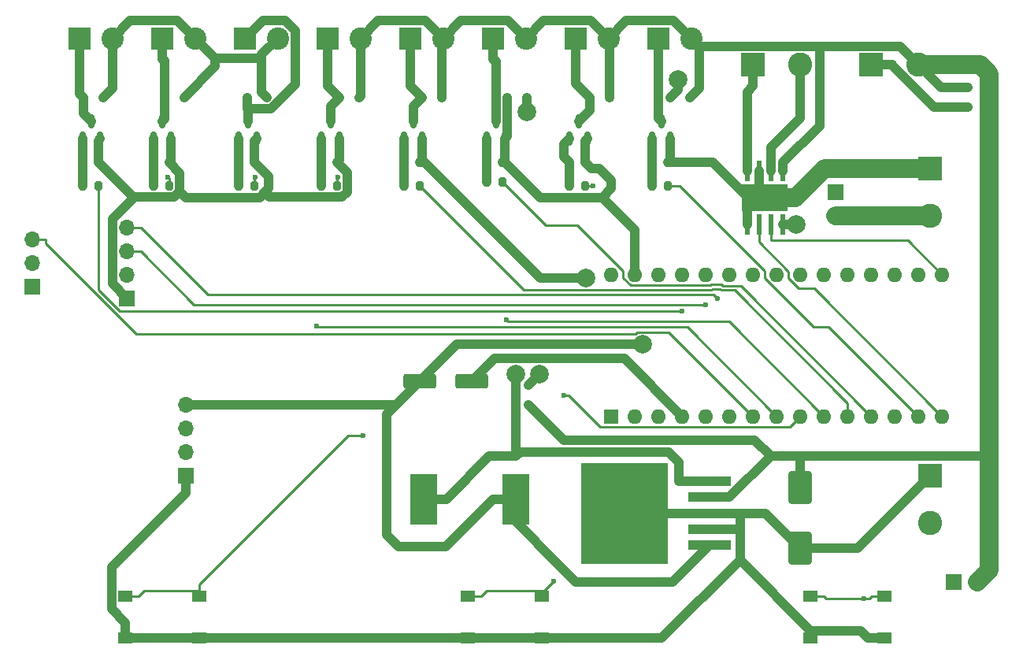
<source format=gbr>
%TF.GenerationSoftware,KiCad,Pcbnew,7.0.8*%
%TF.CreationDate,2024-01-17T19:39:17+01:00*%
%TF.ProjectId,openautolab,6f70656e-6175-4746-9f6c-61622e6b6963,rev?*%
%TF.SameCoordinates,Original*%
%TF.FileFunction,Copper,L1,Top*%
%TF.FilePolarity,Positive*%
%FSLAX46Y46*%
G04 Gerber Fmt 4.6, Leading zero omitted, Abs format (unit mm)*
G04 Created by KiCad (PCBNEW 7.0.8) date 2024-01-17 19:39:17*
%MOMM*%
%LPD*%
G01*
G04 APERTURE LIST*
G04 Aperture macros list*
%AMRoundRect*
0 Rectangle with rounded corners*
0 $1 Rounding radius*
0 $2 $3 $4 $5 $6 $7 $8 $9 X,Y pos of 4 corners*
0 Add a 4 corners polygon primitive as box body*
4,1,4,$2,$3,$4,$5,$6,$7,$8,$9,$2,$3,0*
0 Add four circle primitives for the rounded corners*
1,1,$1+$1,$2,$3*
1,1,$1+$1,$4,$5*
1,1,$1+$1,$6,$7*
1,1,$1+$1,$8,$9*
0 Add four rect primitives between the rounded corners*
20,1,$1+$1,$2,$3,$4,$5,0*
20,1,$1+$1,$4,$5,$6,$7,0*
20,1,$1+$1,$6,$7,$8,$9,0*
20,1,$1+$1,$8,$9,$2,$3,0*%
G04 Aperture macros list end*
%TA.AperFunction,ComponentPad*%
%ADD10O,1.700000X1.700000*%
%TD*%
%TA.AperFunction,ComponentPad*%
%ADD11R,1.700000X1.700000*%
%TD*%
%TA.AperFunction,ComponentPad*%
%ADD12R,2.400000X2.400000*%
%TD*%
%TA.AperFunction,ComponentPad*%
%ADD13C,2.400000*%
%TD*%
%TA.AperFunction,SMDPad,CuDef*%
%ADD14RoundRect,0.200000X0.200000X0.275000X-0.200000X0.275000X-0.200000X-0.275000X0.200000X-0.275000X0*%
%TD*%
%TA.AperFunction,SMDPad,CuDef*%
%ADD15R,1.550000X1.300000*%
%TD*%
%TA.AperFunction,SMDPad,CuDef*%
%ADD16RoundRect,0.150000X0.150000X-0.587500X0.150000X0.587500X-0.150000X0.587500X-0.150000X-0.587500X0*%
%TD*%
%TA.AperFunction,SMDPad,CuDef*%
%ADD17RoundRect,0.200000X-0.200000X-0.275000X0.200000X-0.275000X0.200000X0.275000X-0.200000X0.275000X0*%
%TD*%
%TA.AperFunction,ComponentPad*%
%ADD18R,2.600000X2.600000*%
%TD*%
%TA.AperFunction,ComponentPad*%
%ADD19C,2.600000*%
%TD*%
%TA.AperFunction,SMDPad,CuDef*%
%ADD20R,4.600000X1.100000*%
%TD*%
%TA.AperFunction,SMDPad,CuDef*%
%ADD21R,9.400000X10.800000*%
%TD*%
%TA.AperFunction,SMDPad,CuDef*%
%ADD22RoundRect,0.112500X0.187500X0.112500X-0.187500X0.112500X-0.187500X-0.112500X0.187500X-0.112500X0*%
%TD*%
%TA.AperFunction,SMDPad,CuDef*%
%ADD23RoundRect,0.250000X-1.500000X-0.550000X1.500000X-0.550000X1.500000X0.550000X-1.500000X0.550000X0*%
%TD*%
%TA.AperFunction,SMDPad,CuDef*%
%ADD24RoundRect,0.250000X-1.000000X1.500000X-1.000000X-1.500000X1.000000X-1.500000X1.000000X1.500000X0*%
%TD*%
%TA.AperFunction,SMDPad,CuDef*%
%ADD25RoundRect,0.112500X0.112500X-0.187500X0.112500X0.187500X-0.112500X0.187500X-0.112500X-0.187500X0*%
%TD*%
%TA.AperFunction,SMDPad,CuDef*%
%ADD26R,2.900000X5.400000*%
%TD*%
%TA.AperFunction,ComponentPad*%
%ADD27C,0.630000*%
%TD*%
%TA.AperFunction,SMDPad,CuDef*%
%ADD28R,4.900000X2.950000*%
%TD*%
%TA.AperFunction,SMDPad,CuDef*%
%ADD29R,0.500000X2.200000*%
%TD*%
%TA.AperFunction,ComponentPad*%
%ADD30O,1.600000X1.600000*%
%TD*%
%TA.AperFunction,ComponentPad*%
%ADD31R,1.600000X1.600000*%
%TD*%
%TA.AperFunction,SMDPad,CuDef*%
%ADD32RoundRect,0.112500X-0.112500X0.187500X-0.112500X-0.187500X0.112500X-0.187500X0.112500X0.187500X0*%
%TD*%
%TA.AperFunction,ViaPad*%
%ADD33C,2.000000*%
%TD*%
%TA.AperFunction,ViaPad*%
%ADD34C,0.600000*%
%TD*%
%TA.AperFunction,Conductor*%
%ADD35C,1.000000*%
%TD*%
%TA.AperFunction,Conductor*%
%ADD36C,0.250000*%
%TD*%
%TA.AperFunction,Conductor*%
%ADD37C,0.629800*%
%TD*%
%TA.AperFunction,Conductor*%
%ADD38C,2.000000*%
%TD*%
G04 APERTURE END LIST*
D10*
%TO.P,SW4,2,B*%
%TO.N,+12V*%
X139700000Y-101600000D03*
D11*
%TO.P,SW4,1,A*%
%TO.N,Net-(J12-Pin_2)*%
X137160000Y-101600000D03*
%TD*%
D12*
%TO.P,J3,1,Pin_1*%
%TO.N,Net-(D3-A)*%
X60960000Y-43180000D03*
D13*
%TO.P,J3,2,Pin_2*%
%TO.N,+12V*%
X64460000Y-43180000D03*
%TD*%
D14*
%TO.P,R9,2*%
%TO.N,Net-(Q5-G)*%
X78077500Y-59027500D03*
%TO.P,R9,1*%
%TO.N,Net-(A1-D8)*%
X79727500Y-59027500D03*
%TD*%
D12*
%TO.P,J5,1,Pin_1*%
%TO.N,Net-(D5-A)*%
X78740000Y-43180000D03*
D13*
%TO.P,J5,2,Pin_2*%
%TO.N,+12V*%
X82240000Y-43180000D03*
%TD*%
D15*
%TO.P,SW0,1,1*%
%TO.N,Net-(A1-A3)*%
X48095000Y-103160000D03*
X56045000Y-103160000D03*
%TO.P,SW0,2,2*%
%TO.N,GND*%
X48095000Y-107660000D03*
X56045000Y-107660000D03*
%TD*%
D14*
%TO.P,R15,2*%
%TO.N,Net-(Q8-G)*%
X104747500Y-59027500D03*
%TO.P,R15,1*%
%TO.N,Net-(A1-D11)*%
X106397500Y-59027500D03*
%TD*%
D16*
%TO.P,Q2,1,G*%
%TO.N,Net-(Q2-G)*%
X51120000Y-53945000D03*
%TO.P,Q2,2,S*%
%TO.N,GND*%
X53020000Y-53945000D03*
%TO.P,Q2,3,D*%
%TO.N,Net-(D2-A)*%
X52070000Y-52070000D03*
%TD*%
D17*
%TO.P,R14,1*%
%TO.N,Net-(Q7-G)*%
X95857500Y-56487500D03*
%TO.P,R14,2*%
%TO.N,GND*%
X97507500Y-56487500D03*
%TD*%
D16*
%TO.P,Q7,1,G*%
%TO.N,Net-(Q7-G)*%
X95857500Y-53947500D03*
%TO.P,Q7,2,S*%
%TO.N,GND*%
X97757500Y-53947500D03*
%TO.P,Q7,3,D*%
%TO.N,Net-(D7-A)*%
X96807500Y-52072500D03*
%TD*%
D18*
%TO.P,J9,1,Pin_1*%
%TO.N,Net-(J9-Pin_1)*%
X115565000Y-46020000D03*
D19*
%TO.P,J9,2,Pin_2*%
%TO.N,Net-(J9-Pin_2)*%
X120645000Y-46020000D03*
%TD*%
D11*
%TO.P,J14,1,Pin_1*%
%TO.N,GND*%
X38075000Y-69835000D03*
D10*
%TO.P,J14,2,Pin_2*%
%TO.N,+5V*%
X38075000Y-67295000D03*
%TO.P,J14,3,Pin_3*%
%TO.N,Net-(A1-D4)*%
X38075000Y-64755000D03*
%TD*%
D20*
%TO.P,U2,1,VIN*%
%TO.N,+5V*%
X110865000Y-97615000D03*
%TO.P,U2,2,OUT*%
%TO.N,GND*%
X110865000Y-95915000D03*
%TO.P,U2,3,GND*%
X110865000Y-94215000D03*
D21*
X101715000Y-94215000D03*
D20*
%TO.P,U2,4,FB*%
%TO.N,+12V*%
X110865000Y-92515000D03*
%TO.P,U2,5,~{ON}/OFF*%
%TO.N,Net-(D9-K)*%
X110865000Y-90815000D03*
%TD*%
D16*
%TO.P,Q5,1,G*%
%TO.N,Net-(Q5-G)*%
X78077500Y-53947500D03*
%TO.P,Q5,2,S*%
%TO.N,GND*%
X79977500Y-53947500D03*
%TO.P,Q5,3,D*%
%TO.N,Net-(D5-A)*%
X79027500Y-52072500D03*
%TD*%
%TO.P,Q3,1,G*%
%TO.N,Net-(Q3-G)*%
X60297500Y-53947500D03*
%TO.P,Q3,2,S*%
%TO.N,GND*%
X62197500Y-53947500D03*
%TO.P,Q3,3,D*%
%TO.N,Net-(D3-A)*%
X61247500Y-52072500D03*
%TD*%
D12*
%TO.P,J2,1,Pin_1*%
%TO.N,Net-(D2-A)*%
X52070000Y-43180000D03*
D13*
%TO.P,J2,2,Pin_2*%
%TO.N,+12V*%
X55570000Y-43180000D03*
%TD*%
D14*
%TO.P,R11,1*%
%TO.N,Net-(A1-D9)*%
X88617500Y-58582500D03*
%TO.P,R11,2*%
%TO.N,Net-(Q6-G)*%
X86967500Y-58582500D03*
%TD*%
D17*
%TO.P,R16,1*%
%TO.N,Net-(Q8-G)*%
X104747500Y-56487500D03*
%TO.P,R16,2*%
%TO.N,GND*%
X106397500Y-56487500D03*
%TD*%
%TO.P,R6,2*%
%TO.N,GND*%
X61947500Y-56487500D03*
%TO.P,R6,1*%
%TO.N,Net-(Q3-G)*%
X60297500Y-56487500D03*
%TD*%
D12*
%TO.P,J8,1,Pin_1*%
%TO.N,Net-(D8-A)*%
X105410000Y-43180000D03*
D13*
%TO.P,J8,2,Pin_2*%
%TO.N,+12V*%
X108910000Y-43180000D03*
%TD*%
D22*
%TO.P,D2,2,A*%
%TO.N,Net-(D2-A)*%
X52290000Y-49530000D03*
%TO.P,D2,1,K*%
%TO.N,+12V*%
X54390000Y-49530000D03*
%TD*%
D23*
%TO.P,C1,1*%
%TO.N,+5V*%
X79750000Y-80010000D03*
%TO.P,C1,2*%
%TO.N,GND*%
X85350000Y-80010000D03*
%TD*%
D24*
%TO.P,C2,1*%
%TO.N,+12V*%
X120650000Y-91440000D03*
%TO.P,C2,2*%
%TO.N,GND*%
X120650000Y-97940000D03*
%TD*%
D11*
%TO.P,J15,1,Pin_1*%
%TO.N,GND*%
X48260000Y-71120000D03*
D10*
%TO.P,J15,2,Pin_2*%
%TO.N,+5V*%
X48260000Y-68580000D03*
%TO.P,J15,3,Pin_3*%
%TO.N,Net-(A1-A4)*%
X48260000Y-66040000D03*
%TO.P,J15,4,Pin_4*%
%TO.N,Net-(A1-A5)*%
X48260000Y-63500000D03*
%TD*%
D12*
%TO.P,J4,1,Pin_1*%
%TO.N,Net-(D4-A)*%
X69850000Y-43180000D03*
D13*
%TO.P,J4,2,Pin_2*%
%TO.N,+12V*%
X73350000Y-43180000D03*
%TD*%
D14*
%TO.P,R5,2*%
%TO.N,Net-(Q3-G)*%
X60297500Y-59027500D03*
%TO.P,R5,1*%
%TO.N,Net-(A1-D6)*%
X61947500Y-59027500D03*
%TD*%
D22*
%TO.P,D5,2,A*%
%TO.N,Net-(D5-A)*%
X80010000Y-49530000D03*
%TO.P,D5,1,K*%
%TO.N,+12V*%
X82110000Y-49530000D03*
%TD*%
D14*
%TO.P,R7,1*%
%TO.N,Net-(A1-D7)*%
X70837500Y-59027500D03*
%TO.P,R7,2*%
%TO.N,Net-(Q4-G)*%
X69187500Y-59027500D03*
%TD*%
D17*
%TO.P,R10,1*%
%TO.N,Net-(Q5-G)*%
X78077500Y-56487500D03*
%TO.P,R10,2*%
%TO.N,GND*%
X79727500Y-56487500D03*
%TD*%
D14*
%TO.P,R13,2*%
%TO.N,Net-(Q7-G)*%
X95857500Y-59027500D03*
%TO.P,R13,1*%
%TO.N,Net-(A1-D10)*%
X97507500Y-59027500D03*
%TD*%
D22*
%TO.P,D7,1,K*%
%TO.N,+12V*%
X100110000Y-49530000D03*
%TO.P,D7,2,A*%
%TO.N,Net-(D7-A)*%
X98010000Y-49530000D03*
%TD*%
%TO.P,D9,2,A*%
%TO.N,GND*%
X89120000Y-49530000D03*
%TO.P,D9,1,K*%
%TO.N,Net-(D9-K)*%
X91220000Y-49530000D03*
%TD*%
D17*
%TO.P,R8,1*%
%TO.N,Net-(Q4-G)*%
X69187500Y-56487500D03*
%TO.P,R8,2*%
%TO.N,GND*%
X70837500Y-56487500D03*
%TD*%
D16*
%TO.P,Q1,3,D*%
%TO.N,Net-(D1-A)*%
X44450000Y-52070000D03*
%TO.P,Q1,2,S*%
%TO.N,GND*%
X45400000Y-53945000D03*
%TO.P,Q1,1,G*%
%TO.N,Net-(Q1-G)*%
X43500000Y-53945000D03*
%TD*%
D22*
%TO.P,D3,2,A*%
%TO.N,Net-(D3-A)*%
X61180000Y-49530000D03*
%TO.P,D3,1,K*%
%TO.N,+12V*%
X63280000Y-49530000D03*
%TD*%
D16*
%TO.P,Q6,1,G*%
%TO.N,Net-(Q6-G)*%
X86967500Y-53947500D03*
%TO.P,Q6,2,S*%
%TO.N,GND*%
X88867500Y-53947500D03*
%TO.P,Q6,3,D*%
%TO.N,Net-(D6-A)*%
X87917500Y-52072500D03*
%TD*%
D15*
%TO.P,SW2,1,1*%
%TO.N,Net-(A1-A1)*%
X121755000Y-103160000D03*
X129705000Y-103160000D03*
%TO.P,SW2,2,2*%
%TO.N,GND*%
X121755000Y-107660000D03*
X129705000Y-107660000D03*
%TD*%
D11*
%TO.P,SW3,1,A*%
%TO.N,Net-(D10-A)*%
X124460000Y-59690000D03*
D10*
%TO.P,SW3,2,B*%
%TO.N,Net-(J11-Pin_2)*%
X124460000Y-62230000D03*
%TD*%
D15*
%TO.P,SW1,1,1*%
%TO.N,Net-(A1-A2)*%
X84925000Y-103160000D03*
X92875000Y-103160000D03*
%TO.P,SW1,2,2*%
%TO.N,GND*%
X84925000Y-107660000D03*
X92875000Y-107660000D03*
%TD*%
D16*
%TO.P,Q8,1,G*%
%TO.N,Net-(Q8-G)*%
X104747500Y-53947500D03*
%TO.P,Q8,2,S*%
%TO.N,GND*%
X106647500Y-53947500D03*
%TO.P,Q8,3,D*%
%TO.N,Net-(D8-A)*%
X105697500Y-52072500D03*
%TD*%
%TO.P,Q4,1,G*%
%TO.N,Net-(Q4-G)*%
X69187500Y-53947500D03*
%TO.P,Q4,2,S*%
%TO.N,GND*%
X71087500Y-53947500D03*
%TO.P,Q4,3,D*%
%TO.N,Net-(D4-A)*%
X70137500Y-52072500D03*
%TD*%
D25*
%TO.P,D8,2,A*%
%TO.N,Net-(D8-A)*%
X91440000Y-80450000D03*
%TO.P,D8,1,K*%
%TO.N,+12V*%
X91440000Y-82550000D03*
%TD*%
D12*
%TO.P,J6,1,Pin_1*%
%TO.N,Net-(D6-A)*%
X87630000Y-43180000D03*
D13*
%TO.P,J6,2,Pin_2*%
%TO.N,+12V*%
X91130000Y-43180000D03*
%TD*%
D26*
%TO.P,L1,1,1*%
%TO.N,Net-(D9-K)*%
X80140000Y-92710000D03*
%TO.P,L1,2,2*%
%TO.N,+5V*%
X90040000Y-92710000D03*
%TD*%
D27*
%TO.P,U1,9,GND*%
%TO.N,GND*%
X118140000Y-59660000D03*
X116840000Y-59660000D03*
X115540000Y-59660000D03*
D28*
X116840000Y-60310000D03*
D27*
X118140000Y-60960000D03*
X116840000Y-60960000D03*
X115540000Y-60960000D03*
D29*
%TO.P,U1,8,OUT2*%
%TO.N,Net-(J9-Pin_1)*%
X114935000Y-57435000D03*
%TO.P,U1,7,ISEN*%
%TO.N,GND*%
X116205000Y-57435000D03*
%TO.P,U1,6,OUT1*%
%TO.N,Net-(J9-Pin_2)*%
X117475000Y-57435000D03*
%TO.P,U1,5,VM*%
%TO.N,+12V*%
X118745000Y-57435000D03*
%TO.P,U1,4,VREF*%
%TO.N,+5V*%
X118745000Y-63185000D03*
%TO.P,U1,3,IN1*%
%TO.N,Net-(A1-D13)*%
X117475000Y-63185000D03*
%TO.P,U1,2,IN2*%
%TO.N,Net-(A1-D12)*%
X116205000Y-63185000D03*
%TO.P,U1,1,GND*%
%TO.N,GND*%
X114935000Y-63185000D03*
%TD*%
D14*
%TO.P,R3,2*%
%TO.N,Net-(Q2-G)*%
X51120000Y-59025000D03*
%TO.P,R3,1*%
%TO.N,Net-(A1-D5)*%
X52770000Y-59025000D03*
%TD*%
D12*
%TO.P,J7,1,Pin_1*%
%TO.N,Net-(D7-A)*%
X96520000Y-43180000D03*
D13*
%TO.P,J7,2,Pin_2*%
%TO.N,+12V*%
X100020000Y-43180000D03*
%TD*%
D22*
%TO.P,D4,2,A*%
%TO.N,Net-(D4-A)*%
X71120000Y-49530000D03*
%TO.P,D4,1,K*%
%TO.N,+12V*%
X73220000Y-49530000D03*
%TD*%
D19*
%TO.P,J12,2,Pin_2*%
%TO.N,Net-(J12-Pin_2)*%
X134620000Y-95245000D03*
D18*
%TO.P,J12,1,Pin_1*%
%TO.N,GND*%
X134620000Y-90165000D03*
%TD*%
D12*
%TO.P,J1,1,Pin_1*%
%TO.N,Net-(D1-A)*%
X43180000Y-43180000D03*
D13*
%TO.P,J1,2,Pin_2*%
%TO.N,+12V*%
X46680000Y-43180000D03*
%TD*%
D14*
%TO.P,R2,1*%
%TO.N,Net-(A1-A0)*%
X45150000Y-59025000D03*
%TO.P,R2,2*%
%TO.N,Net-(Q1-G)*%
X43500000Y-59025000D03*
%TD*%
D22*
%TO.P,D6,2,A*%
%TO.N,Net-(D6-A)*%
X106680000Y-49530000D03*
%TO.P,D6,1,K*%
%TO.N,+12V*%
X108780000Y-49530000D03*
%TD*%
D30*
%TO.P,A1,30,VIN*%
%TO.N,unconnected-(A1-VIN-Pad30)*%
X100330000Y-68570000D03*
%TO.P,A1,29,GND*%
%TO.N,GND*%
X102870000Y-68570000D03*
%TO.P,A1,28,~{RESET}*%
%TO.N,unconnected-(A1-~{RESET}-Pad28)*%
X105410000Y-68570000D03*
%TO.P,A1,27,+5V*%
%TO.N,+5V*%
X107950000Y-68570000D03*
%TO.P,A1,26,A7*%
%TO.N,unconnected-(A1-A7-Pad26)*%
X110490000Y-68570000D03*
%TO.P,A1,25,A6*%
%TO.N,unconnected-(A1-A6-Pad25)*%
X113030000Y-68570000D03*
%TO.P,A1,24,A5*%
%TO.N,Net-(A1-A5)*%
X115570000Y-68570000D03*
%TO.P,A1,23,A4*%
%TO.N,Net-(A1-A4)*%
X118110000Y-68570000D03*
%TO.P,A1,22,A3*%
%TO.N,Net-(A1-A3)*%
X120650000Y-68570000D03*
%TO.P,A1,21,A2*%
%TO.N,Net-(A1-A2)*%
X123190000Y-68570000D03*
%TO.P,A1,20,A1*%
%TO.N,Net-(A1-A1)*%
X125730000Y-68570000D03*
%TO.P,A1,19,A0*%
%TO.N,Net-(A1-A0)*%
X128270000Y-68570000D03*
%TO.P,A1,18,AREF*%
%TO.N,unconnected-(A1-AREF-Pad18)*%
X130810000Y-68570000D03*
%TO.P,A1,17,3V3*%
%TO.N,unconnected-(A1-3V3-Pad17)*%
X133350000Y-68570000D03*
%TO.P,A1,16,D13*%
%TO.N,Net-(A1-D13)*%
X135890000Y-68570000D03*
%TO.P,A1,15,D12*%
%TO.N,Net-(A1-D12)*%
X135890000Y-83810000D03*
%TO.P,A1,14,D11*%
%TO.N,Net-(A1-D11)*%
X133350000Y-83810000D03*
%TO.P,A1,13,D10*%
%TO.N,Net-(A1-D10)*%
X130810000Y-83810000D03*
%TO.P,A1,12,D9*%
%TO.N,Net-(A1-D9)*%
X128270000Y-83810000D03*
%TO.P,A1,11,D8*%
%TO.N,Net-(A1-D8)*%
X125730000Y-83810000D03*
%TO.P,A1,10,D7*%
%TO.N,Net-(A1-D7)*%
X123190000Y-83810000D03*
%TO.P,A1,9,D6*%
%TO.N,Net-(A1-D6)*%
X120650000Y-83810000D03*
%TO.P,A1,8,D5*%
%TO.N,Net-(A1-D5)*%
X118110000Y-83810000D03*
%TO.P,A1,7,D4*%
%TO.N,Net-(A1-D4)*%
X115570000Y-83810000D03*
%TO.P,A1,6,D3*%
%TO.N,Net-(A1-D3)*%
X113030000Y-83810000D03*
%TO.P,A1,5,D2*%
%TO.N,Net-(A1-D2)*%
X110490000Y-83810000D03*
%TO.P,A1,4,GND*%
%TO.N,GND*%
X107950000Y-83810000D03*
%TO.P,A1,3,~{RESET}*%
%TO.N,unconnected-(A1-~{RESET}-Pad3)*%
X105410000Y-83810000D03*
%TO.P,A1,2,D0/RX*%
%TO.N,unconnected-(A1-D0{slash}RX-Pad2)*%
X102870000Y-83810000D03*
D31*
%TO.P,A1,1,D1/TX*%
%TO.N,unconnected-(A1-D1{slash}TX-Pad1)*%
X100330000Y-83810000D03*
%TD*%
D19*
%TO.P,J11,2,Pin_2*%
%TO.N,Net-(J11-Pin_2)*%
X134620000Y-62230000D03*
D18*
%TO.P,J11,1,Pin_1*%
%TO.N,GND*%
X134620000Y-57150000D03*
%TD*%
%TO.P,J10,1,Pin_1*%
%TO.N,Net-(D10-A)*%
X128265000Y-46020000D03*
D19*
%TO.P,J10,2,Pin_2*%
%TO.N,+12V*%
X133345000Y-46020000D03*
%TD*%
D17*
%TO.P,R12,2*%
%TO.N,GND*%
X88617500Y-56487500D03*
%TO.P,R12,1*%
%TO.N,Net-(Q6-G)*%
X86967500Y-56487500D03*
%TD*%
D11*
%TO.P,J13,1,Pin_1*%
%TO.N,GND*%
X54610000Y-90170000D03*
D10*
%TO.P,J13,2,Pin_2*%
%TO.N,Net-(A1-D3)*%
X54610000Y-87630000D03*
%TO.P,J13,3,Pin_3*%
%TO.N,Net-(A1-D2)*%
X54610000Y-85090000D03*
%TO.P,J13,4,Pin_4*%
%TO.N,+5V*%
X54610000Y-82550000D03*
%TD*%
D17*
%TO.P,R1,2*%
%TO.N,GND*%
X45150000Y-56485000D03*
%TO.P,R1,1*%
%TO.N,Net-(Q1-G)*%
X43500000Y-56485000D03*
%TD*%
%TO.P,R4,1*%
%TO.N,Net-(Q2-G)*%
X51120000Y-56485000D03*
%TO.P,R4,2*%
%TO.N,GND*%
X52770000Y-56485000D03*
%TD*%
D32*
%TO.P,D10,2,A*%
%TO.N,Net-(D10-A)*%
X138650000Y-50580000D03*
%TO.P,D10,1,K*%
%TO.N,+12V*%
X138650000Y-48480000D03*
%TD*%
D22*
%TO.P,D1,2,A*%
%TO.N,Net-(D1-A)*%
X43620000Y-49530000D03*
%TO.P,D1,1,K*%
%TO.N,+12V*%
X45720000Y-49530000D03*
%TD*%
D33*
%TO.N,Net-(D9-K)*%
X90099000Y-79307200D03*
X91220000Y-51060500D03*
%TO.N,Net-(D6-A)*%
X107539500Y-47636600D03*
%TO.N,+5V*%
X120197200Y-63185000D03*
X103675100Y-76075700D03*
%TO.N,Net-(D8-A)*%
X92587800Y-79305400D03*
%TO.N,GND*%
X97618700Y-68914900D03*
D34*
%TO.N,Net-(A1-A5)*%
X111760000Y-71120000D03*
%TO.N,Net-(A1-A4)*%
X110490000Y-71779800D03*
%TO.N,Net-(A1-A3)*%
X73660000Y-85870700D03*
%TO.N,Net-(A1-A2)*%
X94167300Y-101495600D03*
%TO.N,Net-(A1-A1)*%
X127467500Y-103386300D03*
%TO.N,Net-(A1-A0)*%
X107936900Y-72526400D03*
%TO.N,Net-(A1-D10)*%
X98382700Y-59027500D03*
%TO.N,Net-(A1-D7)*%
X89077950Y-73430850D03*
X70962000Y-58097200D03*
%TO.N,Net-(A1-D6)*%
X95250000Y-81553400D03*
X62057100Y-58077800D03*
%TO.N,Net-(A1-D5)*%
X68668800Y-74121100D03*
X52635300Y-58087600D03*
%TD*%
D35*
%TO.N,GND*%
X120650000Y-97940000D02*
X126845000Y-97940000D01*
X126845000Y-97940000D02*
X134620000Y-90165000D01*
X63066600Y-59734900D02*
X63587200Y-60255500D01*
X63587200Y-60255500D02*
X71357292Y-60255500D01*
X71962000Y-58511414D02*
X71962000Y-57612000D01*
X71937500Y-58535914D02*
X71962000Y-58511414D01*
X71357292Y-60255500D02*
X71937500Y-59675292D01*
X71962000Y-57612000D02*
X70837500Y-56487500D01*
X71937500Y-59675292D02*
X71937500Y-58535914D01*
D36*
%TO.N,Net-(A1-D7)*%
X112988800Y-73608800D02*
X123190000Y-83810000D01*
X89077950Y-73430850D02*
X89255900Y-73608800D01*
X89255900Y-73608800D02*
X112988800Y-73608800D01*
D35*
%TO.N,GND*%
X63066600Y-59734900D02*
X63500000Y-59301500D01*
X63500000Y-59301500D02*
X63500000Y-58040000D01*
X63500000Y-58040000D02*
X61947500Y-56487500D01*
D36*
%TO.N,Net-(A1-D4)*%
X103126267Y-74750700D02*
X102946967Y-74930000D01*
X102946967Y-74930000D02*
X49266600Y-74930000D01*
X106510700Y-74750700D02*
X103126267Y-74750700D01*
X49266600Y-74930000D02*
X39550000Y-65213400D01*
X115570000Y-83810000D02*
X106510700Y-74750700D01*
X39550000Y-65213400D02*
X39550000Y-64755000D01*
X39550000Y-64755000D02*
X38075000Y-64755000D01*
%TO.N,Net-(A1-A4)*%
X55474800Y-71779800D02*
X49735000Y-66040000D01*
X110490000Y-71779800D02*
X55474800Y-71779800D01*
X49735000Y-66040000D02*
X48260000Y-66040000D01*
D35*
%TO.N,Net-(Q7-G)*%
X95857500Y-53947500D02*
X95250000Y-54555000D01*
X95250000Y-54555000D02*
X95250000Y-55880000D01*
X95250000Y-55880000D02*
X95857500Y-56487500D01*
%TO.N,GND*%
X99060000Y-57150000D02*
X100330000Y-58420000D01*
X100330000Y-59295100D02*
X99346300Y-60278800D01*
X100330000Y-58420000D02*
X100330000Y-59295100D01*
X99060000Y-57150000D02*
X98170000Y-57150000D01*
X98170000Y-57150000D02*
X97507500Y-56487500D01*
D36*
%TO.N,Net-(A1-A5)*%
X111760000Y-71120000D02*
X111354600Y-70714600D01*
X111354600Y-70714600D02*
X56949600Y-70714600D01*
X56949600Y-70714600D02*
X49735000Y-63500000D01*
X49735000Y-63500000D02*
X48260000Y-63500000D01*
D35*
%TO.N,GND*%
X106647500Y-56487500D02*
X111235000Y-56487500D01*
X111235000Y-56487500D02*
X115057500Y-60310000D01*
X115057500Y-60310000D02*
X116840000Y-60310000D01*
D37*
X115115400Y-59235400D02*
X115540000Y-59660000D01*
D38*
X116840000Y-60310000D02*
X120108528Y-60310000D01*
X120108528Y-60310000D02*
X123268528Y-57150000D01*
X123268528Y-57150000D02*
X134620000Y-57150000D01*
D35*
%TO.N,+12V*%
X118745000Y-57435000D02*
X118745000Y-56515000D01*
X118745000Y-56515000D02*
X122705200Y-52554800D01*
X122705200Y-52554800D02*
X122705200Y-44018100D01*
%TO.N,Net-(J9-Pin_2)*%
X117475000Y-57435000D02*
X117475000Y-54904900D01*
X117475000Y-54904900D02*
X120645000Y-51734900D01*
X120645000Y-51734900D02*
X120645000Y-46020000D01*
%TO.N,+12V*%
X91440000Y-82550000D02*
X95250000Y-86360000D01*
X95250000Y-86360000D02*
X115729800Y-86360000D01*
X115729800Y-86360000D02*
X117466300Y-88096500D01*
D36*
%TO.N,Net-(A1-D6)*%
X99149100Y-84936900D02*
X119523100Y-84936900D01*
X95250000Y-81553400D02*
X95765600Y-81553400D01*
X95765600Y-81553400D02*
X99149100Y-84936900D01*
X119523100Y-84936900D02*
X120650000Y-83810000D01*
D35*
%TO.N,+5V*%
X94560803Y-99650803D02*
X96510000Y-101600000D01*
X96510000Y-101600000D02*
X106880000Y-101600000D01*
X106880000Y-101600000D02*
X110865000Y-97615000D01*
X90040000Y-92710000D02*
X90040000Y-95130000D01*
X90040000Y-95130000D02*
X94560803Y-99650803D01*
%TO.N,Net-(D9-K)*%
X90099000Y-88096300D02*
X90565300Y-87630000D01*
X90565300Y-87630000D02*
X106465250Y-87630000D01*
X106465250Y-87630000D02*
X107565000Y-88729750D01*
X107565000Y-88729750D02*
X107565000Y-90815000D01*
X107565000Y-90815000D02*
X110865000Y-90815000D01*
%TO.N,+5V*%
X77209800Y-82550200D02*
X76200000Y-83560000D01*
X76200000Y-83560000D02*
X76200000Y-96520000D01*
X76200000Y-96520000D02*
X77470000Y-97790000D01*
X77470000Y-97790000D02*
X82510000Y-97790000D01*
X82510000Y-97790000D02*
X87590000Y-92710000D01*
X87590000Y-92710000D02*
X90040000Y-92710000D01*
D36*
%TO.N,Net-(A1-A3)*%
X56045000Y-101885000D02*
X56045000Y-102522500D01*
X73660000Y-85870700D02*
X72059300Y-85870700D01*
X72059300Y-85870700D02*
X56045000Y-101885000D01*
D35*
%TO.N,+12V*%
X120650000Y-88096500D02*
X117466300Y-88096500D01*
X140970000Y-88096500D02*
X120650000Y-88096500D01*
X120650000Y-88096500D02*
X120650000Y-91440000D01*
X110865000Y-92515000D02*
X113047800Y-92515000D01*
X113047800Y-92515000D02*
X117466300Y-88096500D01*
%TO.N,GND*%
X120650000Y-97940000D02*
X116925000Y-94215000D01*
X116925000Y-94215000D02*
X114165000Y-94215000D01*
%TO.N,+12V*%
X138650000Y-48480000D02*
X135805000Y-48480000D01*
X135805000Y-48480000D02*
X133345000Y-46020000D01*
D38*
X139700000Y-101600000D02*
X140970000Y-100330000D01*
X140970000Y-100330000D02*
X140970000Y-46990000D01*
X140970000Y-46990000D02*
X140000000Y-46020000D01*
X140000000Y-46020000D02*
X133345000Y-46020000D01*
D35*
%TO.N,Net-(Q8-G)*%
X104747500Y-53947500D02*
X104747500Y-56487500D01*
X104747500Y-56487500D02*
X104747500Y-59027500D01*
%TO.N,Net-(Q7-G)*%
X95857500Y-56487500D02*
X95857500Y-59027500D01*
%TO.N,Net-(Q6-G)*%
X86967500Y-58582500D02*
X86967500Y-56487500D01*
X86967500Y-53947500D02*
X86967500Y-56487500D01*
%TO.N,Net-(Q5-G)*%
X78077500Y-53947500D02*
X78077500Y-56487500D01*
X78077500Y-56487500D02*
X78077500Y-59027500D01*
%TO.N,Net-(Q3-G)*%
X60297500Y-53947500D02*
X60297500Y-56487500D01*
X60297500Y-56487500D02*
X60297500Y-59027500D01*
%TO.N,Net-(Q2-G)*%
X51120000Y-53945000D02*
X51120000Y-56485000D01*
X51120000Y-59025000D02*
X51120000Y-56485000D01*
%TO.N,Net-(Q1-G)*%
X43500000Y-53945000D02*
X43500000Y-56485000D01*
X43500000Y-59025000D02*
X43500000Y-56485000D01*
D38*
%TO.N,Net-(J11-Pin_2)*%
X134620000Y-62230000D02*
X124460000Y-62230000D01*
D35*
%TO.N,Net-(D9-K)*%
X80140000Y-92710000D02*
X82590000Y-92710000D01*
X87203700Y-88096300D02*
X90099000Y-88096300D01*
X82590000Y-92710000D02*
X87203700Y-88096300D01*
X90099000Y-88096300D02*
X90099000Y-79307200D01*
X91220000Y-49530000D02*
X91220000Y-51060500D01*
%TO.N,+12V*%
X82110000Y-43310000D02*
X82240000Y-43180000D01*
X82110000Y-49530000D02*
X82110000Y-43310000D01*
X46680000Y-48570000D02*
X45720000Y-49530000D01*
X46680000Y-43180000D02*
X46680000Y-48570000D01*
X101943800Y-41256200D02*
X100020000Y-43180000D01*
X106986200Y-41256200D02*
X101943800Y-41256200D01*
X108910000Y-43180000D02*
X106986200Y-41256200D01*
X48581900Y-41278100D02*
X46680000Y-43180000D01*
X53668100Y-41278100D02*
X48581900Y-41278100D01*
X55570000Y-43180000D02*
X53668100Y-41278100D01*
X73350000Y-49400000D02*
X73220000Y-49530000D01*
X73350000Y-43180000D02*
X73350000Y-49400000D01*
X75251900Y-41278100D02*
X73350000Y-43180000D01*
X80338100Y-41278100D02*
X75251900Y-41278100D01*
X82240000Y-43180000D02*
X80338100Y-41278100D01*
X84141900Y-41278100D02*
X82240000Y-43180000D01*
X89228100Y-41278100D02*
X84141900Y-41278100D01*
X91130000Y-43180000D02*
X89228100Y-41278100D01*
X93031900Y-41278100D02*
X91130000Y-43180000D01*
X98118100Y-41278100D02*
X93031900Y-41278100D01*
X100020000Y-43180000D02*
X98118100Y-41278100D01*
X100110000Y-43270000D02*
X100020000Y-43180000D01*
X100110000Y-49530000D02*
X100110000Y-43270000D01*
X131343100Y-44018100D02*
X122705200Y-44018100D01*
X133345000Y-46020000D02*
X131343100Y-44018100D01*
X109748100Y-48561900D02*
X108780000Y-49530000D01*
X109748100Y-44018100D02*
X109748100Y-48561900D01*
X122705200Y-44018100D02*
X109748100Y-44018100D01*
X109748100Y-44018100D02*
X108910000Y-43180000D01*
X57729400Y-46190600D02*
X57729400Y-45339400D01*
X54390000Y-49530000D02*
X57729400Y-46190600D01*
X57729400Y-45339400D02*
X55570000Y-43180000D01*
X62730300Y-45339400D02*
X57729400Y-45339400D01*
X62730300Y-44909700D02*
X62730300Y-45339400D01*
X64460000Y-43180000D02*
X62730300Y-44909700D01*
X62730300Y-48980300D02*
X63280000Y-49530000D01*
X62730300Y-45339400D02*
X62730300Y-48980300D01*
%TO.N,Net-(J9-Pin_1)*%
X114935000Y-48950000D02*
X115565000Y-48320000D01*
X114935000Y-57435000D02*
X114935000Y-48950000D01*
X115565000Y-46020000D02*
X115565000Y-48320000D01*
%TO.N,Net-(D10-A)*%
X130565000Y-46091900D02*
X130565000Y-46020000D01*
X135053100Y-50580000D02*
X130565000Y-46091900D01*
X138650000Y-50580000D02*
X135053100Y-50580000D01*
X128265000Y-46020000D02*
X130565000Y-46020000D01*
%TO.N,Net-(D6-A)*%
X87917500Y-45667500D02*
X87917500Y-52072500D01*
X87630000Y-45380000D02*
X87917500Y-45667500D01*
X87630000Y-43180000D02*
X87630000Y-45380000D01*
X107539500Y-48670500D02*
X107539500Y-47636600D01*
X106680000Y-49530000D02*
X107539500Y-48670500D01*
%TO.N,+5V*%
X118745000Y-63185000D02*
X120197200Y-63185000D01*
X54610000Y-82550000D02*
X56460000Y-82550000D01*
X79750000Y-80010000D02*
X77209800Y-82550200D01*
X77209500Y-82550000D02*
X77209800Y-82550200D01*
X56460000Y-82550000D02*
X77209500Y-82550000D01*
X83684300Y-76075700D02*
X103675100Y-76075700D01*
X79750000Y-80010000D02*
X83684300Y-76075700D01*
%TO.N,Net-(D8-A)*%
X105410000Y-51785000D02*
X105697500Y-52072500D01*
X105410000Y-45380000D02*
X105410000Y-51785000D01*
X105410000Y-43180000D02*
X105410000Y-45380000D01*
X92584600Y-79305400D02*
X92587800Y-79305400D01*
X91440000Y-80450000D02*
X92584600Y-79305400D01*
%TO.N,Net-(D7-A)*%
X98010000Y-50870000D02*
X98010000Y-49530000D01*
X96807500Y-52072500D02*
X98010000Y-50870000D01*
X96520000Y-48040000D02*
X96520000Y-43180000D01*
X98010000Y-49530000D02*
X96520000Y-48040000D01*
%TO.N,Net-(Q4-G)*%
X69187500Y-53947500D02*
X69187500Y-56487500D01*
X69187500Y-56487500D02*
X69187500Y-59027500D01*
%TO.N,Net-(D4-A)*%
X70137500Y-50512500D02*
X70137500Y-52072500D01*
X71120000Y-49530000D02*
X70137500Y-50512500D01*
X69850000Y-48260000D02*
X69850000Y-43180000D01*
X71120000Y-49530000D02*
X69850000Y-48260000D01*
%TO.N,Net-(D3-A)*%
X61247500Y-52072500D02*
X61247500Y-50767500D01*
X61180000Y-50700000D02*
X61247500Y-50767500D01*
X61180000Y-49530000D02*
X61180000Y-50700000D01*
X62907300Y-41232700D02*
X60960000Y-43180000D01*
X65246600Y-41232700D02*
X62907300Y-41232700D01*
X66374700Y-42360800D02*
X65246600Y-41232700D01*
X66374700Y-48135000D02*
X66374700Y-42360800D01*
X63742200Y-50767500D02*
X66374700Y-48135000D01*
X61247500Y-50767500D02*
X63742200Y-50767500D01*
%TO.N,Net-(D5-A)*%
X78740000Y-48260000D02*
X78740000Y-43180000D01*
X80010000Y-49530000D02*
X78740000Y-48260000D01*
X79027500Y-50512500D02*
X79027500Y-52072500D01*
X80010000Y-49530000D02*
X79027500Y-50512500D01*
%TO.N,GND*%
X116840000Y-60310000D02*
X116840000Y-60960000D01*
X116840000Y-60960000D02*
X118140000Y-60960000D01*
X116205000Y-57435000D02*
X116205000Y-59535000D01*
X116205000Y-59660000D02*
X116205000Y-59535000D01*
X115540000Y-59660000D02*
X116205000Y-59660000D01*
X116205000Y-59660000D02*
X116840000Y-59660000D01*
X110865000Y-95915000D02*
X114165000Y-95915000D01*
X53020000Y-56235000D02*
X52770000Y-56485000D01*
X53020000Y-53945000D02*
X53020000Y-56235000D01*
X45150000Y-54195000D02*
X45400000Y-53945000D01*
X45150000Y-56485000D02*
X45150000Y-54195000D01*
X45150000Y-56485000D02*
X48990800Y-60325700D01*
X84925000Y-107660000D02*
X56045000Y-107660000D01*
X106647500Y-56487500D02*
X106647500Y-53947500D01*
X106397500Y-56487500D02*
X106647500Y-56487500D01*
X114165000Y-94215000D02*
X110865000Y-94215000D01*
X110865000Y-94215000D02*
X101715000Y-94215000D01*
X121755000Y-107660000D02*
X121755000Y-106835000D01*
X127105000Y-106835000D02*
X127930000Y-107660000D01*
X121755000Y-106835000D02*
X127105000Y-106835000D01*
X129705000Y-107660000D02*
X127930000Y-107660000D01*
X88867500Y-56487500D02*
X88617500Y-56487500D01*
X97507500Y-54197500D02*
X97507500Y-56487500D01*
X97757500Y-53947500D02*
X97507500Y-54197500D01*
X46699100Y-62617400D02*
X48990800Y-60325700D01*
X46699100Y-69559100D02*
X46699100Y-62617400D01*
X48260000Y-71120000D02*
X46699100Y-69559100D01*
X56045000Y-107660000D02*
X48095000Y-107660000D01*
X46618100Y-100011900D02*
X54610000Y-92020000D01*
X46618100Y-104533100D02*
X46618100Y-100011900D01*
X48095000Y-106010000D02*
X46618100Y-104533100D01*
X48095000Y-107660000D02*
X48095000Y-106010000D01*
X54610000Y-90170000D02*
X54610000Y-92020000D01*
X61947500Y-54197500D02*
X61947500Y-56487500D01*
X62197500Y-53947500D02*
X61947500Y-54197500D01*
X92658800Y-60278800D02*
X99346300Y-60278800D01*
X88867500Y-56487500D02*
X92658800Y-60278800D01*
X102870000Y-63802500D02*
X99346300Y-60278800D01*
X102870000Y-68570000D02*
X102870000Y-63802500D01*
X88867500Y-56487500D02*
X88867500Y-53947500D01*
X89120000Y-53695000D02*
X89120000Y-49530000D01*
X88867500Y-53947500D02*
X89120000Y-53695000D01*
X79977500Y-53947500D02*
X79977500Y-56237500D01*
X79977500Y-56237500D02*
X79727500Y-56487500D01*
X114165000Y-94215000D02*
X114165000Y-95915000D01*
X84925000Y-107660000D02*
X92875000Y-107660000D01*
X105750000Y-107660000D02*
X114165000Y-99245000D01*
X92875000Y-107660000D02*
X105750000Y-107660000D01*
X114165000Y-95915000D02*
X114165000Y-99245000D01*
X114165000Y-99245000D02*
X121755000Y-106835000D01*
X116840000Y-60960000D02*
X115540000Y-60960000D01*
X115415000Y-61085000D02*
X114935000Y-61085000D01*
X115540000Y-60960000D02*
X115415000Y-61085000D01*
X114935000Y-63185000D02*
X114935000Y-61085000D01*
X92654900Y-68914900D02*
X97618700Y-68914900D01*
X79977500Y-56237500D02*
X92654900Y-68914900D01*
X53922400Y-57637400D02*
X53922400Y-59634500D01*
X52770000Y-56485000D02*
X53922400Y-57637400D01*
X49078300Y-60238200D02*
X48990800Y-60325700D01*
X53318700Y-60238200D02*
X49078300Y-60238200D01*
X53922400Y-59634500D02*
X53318700Y-60238200D01*
X62536300Y-60265200D02*
X63066600Y-59734900D01*
X54553100Y-60265200D02*
X62536300Y-60265200D01*
X53922400Y-59634500D02*
X54553100Y-60265200D01*
X71087500Y-56237500D02*
X70837500Y-56487500D01*
X71087500Y-53947500D02*
X71087500Y-56237500D01*
X87759700Y-77600300D02*
X85350000Y-80010000D01*
X101740300Y-77600300D02*
X87759700Y-77600300D01*
X107950000Y-83810000D02*
X101740300Y-77600300D01*
%TO.N,Net-(D2-A)*%
X52290000Y-45600000D02*
X52070000Y-45380000D01*
X52290000Y-49530000D02*
X52290000Y-45600000D01*
X52070000Y-43180000D02*
X52070000Y-45380000D01*
X52290000Y-51850000D02*
X52290000Y-49530000D01*
X52070000Y-52070000D02*
X52290000Y-51850000D01*
%TO.N,Net-(D1-A)*%
X43620000Y-51240000D02*
X43620000Y-49530000D01*
X44450000Y-52070000D02*
X43620000Y-51240000D01*
X43180000Y-49090000D02*
X43180000Y-43180000D01*
X43620000Y-49530000D02*
X43180000Y-49090000D01*
D36*
%TO.N,Net-(A1-A3)*%
X56045000Y-103160000D02*
X56045000Y-102522500D01*
X50132500Y-102522500D02*
X49495000Y-103160000D01*
X56045000Y-102522500D02*
X50132500Y-102522500D01*
X48095000Y-103160000D02*
X49495000Y-103160000D01*
%TO.N,Net-(A1-A2)*%
X92875000Y-103160000D02*
X92875000Y-102522500D01*
X86962500Y-102522500D02*
X86325000Y-103160000D01*
X92875000Y-102522500D02*
X86962500Y-102522500D01*
X84925000Y-103160000D02*
X86325000Y-103160000D01*
X93140400Y-102522500D02*
X92875000Y-102522500D01*
X94167300Y-101495600D02*
X93140400Y-102522500D01*
%TO.N,Net-(A1-A1)*%
X129705000Y-103160000D02*
X128305000Y-103160000D01*
X128078700Y-103386300D02*
X127467500Y-103386300D01*
X128305000Y-103160000D02*
X128078700Y-103386300D01*
X123381300Y-103386300D02*
X123155000Y-103160000D01*
X127467500Y-103386300D02*
X123381300Y-103386300D01*
X121755000Y-103160000D02*
X123155000Y-103160000D01*
%TO.N,Net-(A1-A0)*%
X45150000Y-70172400D02*
X45150000Y-59025000D01*
X47504000Y-72526400D02*
X45150000Y-70172400D01*
X107936900Y-72526400D02*
X47504000Y-72526400D01*
%TO.N,Net-(A1-D13)*%
X132230000Y-64910000D02*
X117475000Y-64910000D01*
X135890000Y-68570000D02*
X132230000Y-64910000D01*
X117475000Y-63185000D02*
X117475000Y-64910000D01*
%TO.N,Net-(A1-D12)*%
X116205000Y-65066500D02*
X116205000Y-63185000D01*
X119380000Y-68241500D02*
X116205000Y-65066500D01*
X119380000Y-68956700D02*
X119380000Y-68241500D01*
X120491600Y-70068300D02*
X119380000Y-68956700D01*
X122148300Y-70068300D02*
X120491600Y-70068300D01*
X135890000Y-83810000D02*
X122148300Y-70068300D01*
%TO.N,Net-(A1-D11)*%
X107660400Y-59027500D02*
X106397500Y-59027500D01*
X116840000Y-68207100D02*
X107660400Y-59027500D01*
X116840000Y-68898000D02*
X116840000Y-68207100D01*
X122104400Y-74162400D02*
X116840000Y-68898000D01*
X123702400Y-74162400D02*
X122104400Y-74162400D01*
X133350000Y-83810000D02*
X123702400Y-74162400D01*
%TO.N,Net-(A1-D10)*%
X97507500Y-59027500D02*
X98382700Y-59027500D01*
%TO.N,Net-(A1-D9)*%
X93273900Y-63238900D02*
X88617500Y-58582500D01*
X96655000Y-63238900D02*
X93273900Y-63238900D01*
X101600000Y-68183900D02*
X96655000Y-63238900D01*
X101600000Y-68923100D02*
X101600000Y-68183900D01*
X102391200Y-69714300D02*
X101600000Y-68923100D01*
X110974000Y-69714300D02*
X102391200Y-69714300D01*
X111087600Y-69600700D02*
X110974000Y-69714300D01*
X112166900Y-69600700D02*
X111087600Y-69600700D01*
X112357700Y-69791500D02*
X112166900Y-69600700D01*
X114251500Y-69791500D02*
X112357700Y-69791500D01*
X128270000Y-83810000D02*
X114251500Y-69791500D01*
%TO.N,Net-(A1-D8)*%
X125730000Y-83810000D02*
X125730000Y-82385000D01*
X90943400Y-70243400D02*
X79727500Y-59027500D01*
X111084000Y-70243400D02*
X90943400Y-70243400D01*
X111236200Y-70091200D02*
X111084000Y-70243400D01*
X112018300Y-70091200D02*
X111236200Y-70091200D01*
X112170500Y-70243400D02*
X112018300Y-70091200D01*
X113604300Y-70243400D02*
X112170500Y-70243400D01*
X125730000Y-82369100D02*
X113604300Y-70243400D01*
X125730000Y-82385000D02*
X125730000Y-82369100D01*
%TO.N,Net-(A1-D7)*%
X70837500Y-58221700D02*
X70962000Y-58097200D01*
X70837500Y-59027500D02*
X70837500Y-58221700D01*
%TO.N,Net-(A1-D6)*%
X61947500Y-58187400D02*
X62057100Y-58077800D01*
X61947500Y-59027500D02*
X61947500Y-58187400D01*
%TO.N,Net-(A1-D5)*%
X52770000Y-58222300D02*
X52770000Y-59025000D01*
X52635300Y-58087600D02*
X52770000Y-58222300D01*
X68767400Y-74219700D02*
X68668800Y-74121100D01*
X108519700Y-74219700D02*
X68767400Y-74219700D01*
X118110000Y-83810000D02*
X108519700Y-74219700D01*
%TD*%
M02*

</source>
